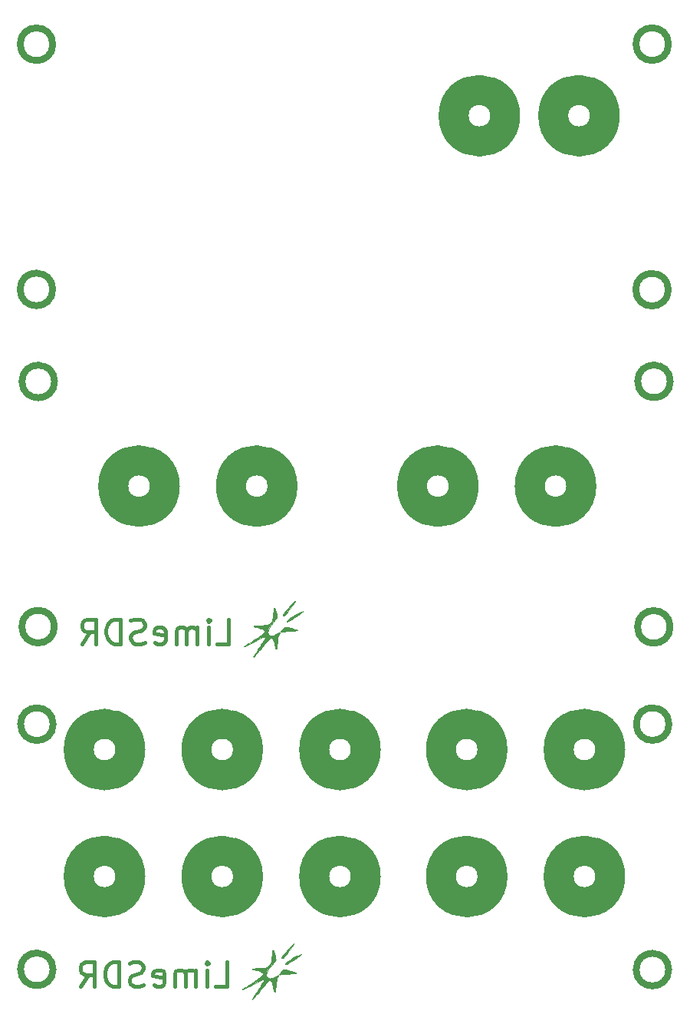
<source format=gbs>
%MOIN*%
%OFA0B0*%
%FSLAX46Y46*%
%IPPOS*%
%LPD*%
%ADD10C,0.005905511811023622*%
%ADD11C,0.031496062992125991*%
%ADD12C,0.11811023622047245*%
%ADD13C,0.027559055118110236*%
%ADD14C,0.053149606299212608*%
%ADD25C,0.005905511811023622*%
%ADD26C,0.031496062992125991*%
%ADD27C,0.015748031496062995*%
%ADD28C,0.11811023622047245*%
%ADD29C,0.027559055118110236*%
%ADD30C,0.053149606299212608*%
%ADD31C,0.00039370078740157485*%
%ADD42C,0.005905511811023622*%
%ADD43C,0.031496062992125991*%
%ADD44C,0.015748031496062995*%
%ADD45C,0.11811023622047245*%
%ADD46C,0.027559055118110236*%
%ADD47C,0.053149606299212608*%
%ADD48C,0.00039370078740157485*%
%LPD*%
G01*
D10*
D11*
X0002902964Y0004172308D02*
G75*
G03X0002902964Y0004172308I-0000070866D01*
G01*
X0002902177Y0003106166D02*
G75*
G03X0002902177Y0003106166I-0000070866D01*
G01*
X0000225405Y0003107347D02*
G75*
G03X0000225405Y0003107347I-0000070866D01*
G01*
X0000225799Y0004171914D02*
G75*
G03X0000225799Y0004171914I-0000070866D01*
G01*
D12*
X0002185433Y0003861417D02*
G75*
G03X0002185433Y0003861417I-0000104724D01*
G01*
D13*
X0002196062Y0003933858D02*
X0002196062Y0003788582D01*
D14*
X0002231496Y0003861417D02*
G75*
G03X0002231496Y0003861417I-0000150787D01*
G01*
X0002664566Y0003861417D02*
G75*
G03X0002664566Y0003861417I-0000150787D01*
G01*
D13*
X0002629133Y0003933858D02*
X0002629133Y0003788582D01*
D12*
X0002618503Y0003861417D02*
G75*
G03X0002618503Y0003861417I-0000104724D01*
G01*
G04 next file*
%LPD*%
G01*
D25*
D26*
X0002904724Y0001219685D02*
G75*
G03X0002904724Y0001219685I-0000070866D01*
G01*
X0002903936Y0000153543D02*
G75*
G03X0002903936Y0000153543I-0000070866D01*
G01*
X0000227165Y0000154724D02*
G75*
G03X0000227165Y0000154724I-0000070866D01*
G01*
X0000227559Y0001219291D02*
G75*
G03X0000227559Y0001219291I-0000070866D01*
G01*
D27*
X0000933070Y0000080651D02*
X0000983689Y0000080651D01*
X0000983689Y0000186951D01*
X0000897637Y0000080651D02*
X0000897637Y0000151518D01*
X0000897637Y0000186951D02*
X0000902699Y0000181889D01*
X0000897637Y0000176827D01*
X0000892575Y0000181889D01*
X0000897637Y0000186951D01*
X0000897637Y0000176827D01*
X0000847019Y0000080651D02*
X0000847019Y0000151518D01*
X0000847019Y0000141394D02*
X0000841957Y0000146456D01*
X0000831833Y0000151518D01*
X0000816647Y0000151518D01*
X0000806524Y0000146456D01*
X0000801462Y0000136332D01*
X0000801462Y0000080651D01*
X0000801462Y0000136332D02*
X0000796400Y0000146456D01*
X0000786276Y0000151518D01*
X0000771091Y0000151518D01*
X0000760967Y0000146456D01*
X0000755905Y0000136332D01*
X0000755905Y0000080651D01*
X0000664791Y0000085714D02*
X0000674915Y0000080651D01*
X0000695163Y0000080651D01*
X0000705286Y0000085714D01*
X0000710348Y0000095838D01*
X0000710348Y0000136332D01*
X0000705286Y0000146456D01*
X0000695163Y0000151518D01*
X0000674915Y0000151518D01*
X0000664791Y0000146456D01*
X0000659730Y0000136332D01*
X0000659730Y0000126208D01*
X0000710348Y0000116084D01*
X0000619235Y0000085714D02*
X0000604049Y0000080651D01*
X0000578740Y0000080651D01*
X0000568616Y0000085714D01*
X0000563554Y0000090776D01*
X0000558492Y0000100899D01*
X0000558492Y0000111023D01*
X0000563554Y0000121147D01*
X0000568616Y0000126208D01*
X0000578740Y0000131271D01*
X0000598987Y0000136332D01*
X0000609111Y0000141394D01*
X0000614173Y0000146456D01*
X0000619235Y0000156580D01*
X0000619235Y0000166704D01*
X0000614173Y0000176827D01*
X0000609111Y0000181889D01*
X0000598987Y0000186951D01*
X0000573678Y0000186951D01*
X0000558492Y0000181889D01*
X0000512935Y0000080651D02*
X0000512935Y0000186951D01*
X0000487626Y0000186951D01*
X0000472440Y0000181889D01*
X0000462317Y0000171766D01*
X0000457255Y0000161642D01*
X0000452193Y0000141394D01*
X0000452193Y0000126208D01*
X0000457255Y0000105961D01*
X0000462317Y0000095838D01*
X0000472440Y0000085714D01*
X0000487626Y0000080651D01*
X0000512935Y0000080651D01*
X0000345894Y0000080651D02*
X0000381327Y0000131271D01*
X0000406636Y0000080651D02*
X0000406636Y0000186951D01*
X0000366141Y0000186951D01*
X0000356017Y0000181889D01*
X0000350956Y0000176827D01*
X0000345894Y0000166704D01*
X0000345894Y0000151518D01*
X0000350956Y0000141394D01*
X0000356017Y0000136332D01*
X0000366141Y0000131271D01*
X0000406636Y0000131271D01*
D28*
X0002642124Y0000557874D02*
G75*
G03X0002642124Y0000557874I-0000104724D01*
G01*
D29*
X0002652755Y0000630314D02*
X0002652755Y0000485039D01*
D30*
X0002688188Y0000557874D02*
G75*
G03X0002688188Y0000557874I-0000150787D01*
G01*
D28*
X0002130314Y0000557874D02*
G75*
G03X0002130314Y0000557874I-0000104724D01*
G01*
D29*
X0002140944Y0000630314D02*
X0002140944Y0000485039D01*
D30*
X0002176377Y0000557874D02*
G75*
G03X0002176377Y0000557874I-0000150787D01*
G01*
D28*
X0002642124Y0001109055D02*
G75*
G03X0002642124Y0001109055I-0000104724D01*
G01*
D29*
X0002652755Y0001181496D02*
X0002652755Y0001036219D01*
D30*
X0002688188Y0001109055D02*
G75*
G03X0002688188Y0001109055I-0000150787D01*
G01*
D28*
X0002130314Y0001109055D02*
G75*
G03X0002130314Y0001109055I-0000104724D01*
G01*
D29*
X0002140944Y0001181496D02*
X0002140944Y0001036219D01*
D30*
X0002176377Y0001109055D02*
G75*
G03X0002176377Y0001109055I-0000150787D01*
G01*
D28*
X0001579133Y0000557874D02*
G75*
G03X0001579133Y0000557874I-0000104724D01*
G01*
D29*
X0001589763Y0000630314D02*
X0001589763Y0000485039D01*
D30*
X0001625196Y0000557874D02*
G75*
G03X0001625196Y0000557874I-0000150787D01*
G01*
D28*
X0001067322Y0000557874D02*
G75*
G03X0001067322Y0000557874I-0000104724D01*
G01*
D29*
X0001077952Y0000630314D02*
X0001077952Y0000485039D01*
D30*
X0001113385Y0000557874D02*
G75*
G03X0001113385Y0000557874I-0000150787D01*
G01*
D28*
X0000555511Y0000557874D02*
G75*
G03X0000555511Y0000557874I-0000104724D01*
G01*
D29*
X0000566141Y0000630314D02*
X0000566141Y0000485039D01*
D30*
X0000601574Y0000557874D02*
G75*
G03X0000601574Y0000557874I-0000150787D01*
G01*
D28*
X0001579133Y0001109055D02*
G75*
G03X0001579133Y0001109055I-0000104724D01*
G01*
D29*
X0001589763Y0001181496D02*
X0001589763Y0001036219D01*
D30*
X0001625196Y0001109055D02*
G75*
G03X0001625196Y0001109055I-0000150787D01*
G01*
D28*
X0001067322Y0001109055D02*
G75*
G03X0001067322Y0001109055I-0000104724D01*
G01*
D29*
X0001077952Y0001181496D02*
X0001077952Y0001036219D01*
D30*
X0001113385Y0001109055D02*
G75*
G03X0001113385Y0001109055I-0000150787D01*
G01*
D28*
X0000555511Y0001109055D02*
G75*
G03X0000555511Y0001109055I-0000104724D01*
G01*
D29*
X0000566141Y0001181496D02*
X0000566141Y0001036219D01*
D30*
X0000601574Y0001109055D02*
G75*
G03X0000601574Y0001109055I-0000150787D01*
G01*
D31*
G36*
X0001226218Y0000202684D02*
X0001227658Y0000203136D01*
X0001229257Y0000204209D01*
X0001231242Y0000206166D01*
X0001233842Y0000209269D01*
X0001237283Y0000213781D01*
X0001241793Y0000219963D01*
X0001247598Y0000228081D01*
X0001251314Y0000233307D01*
X0001257145Y0000241551D01*
X0001262393Y0000249039D01*
X0001266841Y0000255456D01*
X0001270269Y0000260483D01*
X0001272459Y0000263805D01*
X0001273198Y0000265092D01*
X0001272560Y0000266181D01*
X0001270359Y0000264985D01*
X0001266566Y0000261483D01*
X0001263826Y0000258604D01*
X0001256967Y0000251160D01*
X0001251485Y0000245109D01*
X0001246791Y0000239771D01*
X0001242297Y0000234467D01*
X0001237416Y0000228517D01*
X0001232095Y0000221910D01*
X0001227492Y0000216033D01*
X0001223661Y0000210886D01*
X0001220906Y0000206896D01*
X0001219531Y0000204494D01*
X0001219441Y0000204053D01*
X0001221050Y0000203062D01*
X0001224322Y0000202597D01*
X0001224711Y0000202592D01*
X0001226218Y0000202684D01*
X0001226218Y0000202684D01*
G37*
X0001226218Y0000202684D02*
X0001227658Y0000203136D01*
X0001229257Y0000204209D01*
X0001231242Y0000206166D01*
X0001233842Y0000209269D01*
X0001237283Y0000213781D01*
X0001241793Y0000219963D01*
X0001247598Y0000228081D01*
X0001251314Y0000233307D01*
X0001257145Y0000241551D01*
X0001262393Y0000249039D01*
X0001266841Y0000255456D01*
X0001270269Y0000260483D01*
X0001272459Y0000263805D01*
X0001273198Y0000265092D01*
X0001272560Y0000266181D01*
X0001270359Y0000264985D01*
X0001266566Y0000261483D01*
X0001263826Y0000258604D01*
X0001256967Y0000251160D01*
X0001251485Y0000245109D01*
X0001246791Y0000239771D01*
X0001242297Y0000234467D01*
X0001237416Y0000228517D01*
X0001232095Y0000221910D01*
X0001227492Y0000216033D01*
X0001223661Y0000210886D01*
X0001220906Y0000206896D01*
X0001219531Y0000204494D01*
X0001219441Y0000204053D01*
X0001221050Y0000203062D01*
X0001224322Y0000202597D01*
X0001224711Y0000202592D01*
X0001226218Y0000202684D01*
G36*
X0001093904Y0000024027D02*
X0001096747Y0000026656D01*
X0001101021Y0000031396D01*
X0001103391Y0000034178D01*
X0001107449Y0000038984D01*
X0001110913Y0000043063D01*
X0001113305Y0000045854D01*
X0001114029Y0000046678D01*
X0001115373Y0000048258D01*
X0001118215Y0000051669D01*
X0001122244Y0000056533D01*
X0001127145Y0000062471D01*
X0001132536Y0000069021D01*
X0001138665Y0000076386D01*
X0001144904Y0000083725D01*
X0001150748Y0000090451D01*
X0001155690Y0000095984D01*
X0001158524Y0000099021D01*
X0001162793Y0000103394D01*
X0001165633Y0000106008D01*
X0001167589Y0000107167D01*
X0001169210Y0000107174D01*
X0001171042Y0000106332D01*
X0001171373Y0000106149D01*
X0001175209Y0000103098D01*
X0001178255Y0000098434D01*
X0001180728Y0000091722D01*
X0001182561Y0000084000D01*
X0001184416Y0000074797D01*
X0001185828Y0000068025D01*
X0001186905Y0000063311D01*
X0001187758Y0000060284D01*
X0001188497Y0000058571D01*
X0001189230Y0000057800D01*
X0001190069Y0000057597D01*
X0001190346Y0000057592D01*
X0001191458Y0000058069D01*
X0001192345Y0000059797D01*
X0001193125Y0000063227D01*
X0001193915Y0000068808D01*
X0001194404Y0000073015D01*
X0001195125Y0000080018D01*
X0001195699Y0000086573D01*
X0001196053Y0000091784D01*
X0001196130Y0000094087D01*
X0001196830Y0000100332D01*
X0001198684Y0000107879D01*
X0001201349Y0000115592D01*
X0001204485Y0000122338D01*
X0001204795Y0000122887D01*
X0001206737Y0000126981D01*
X0001207136Y0000129541D01*
X0001206060Y0000130237D01*
X0001203627Y0000128785D01*
X0001202113Y0000127678D01*
X0001199750Y0000126296D01*
X0001196131Y0000124434D01*
X0001190849Y0000121880D01*
X0001183496Y0000118431D01*
X0001180684Y0000117124D01*
X0001177392Y0000116241D01*
X0001172576Y0000115655D01*
X0001169491Y0000115524D01*
X0001164641Y0000115672D01*
X0001161563Y0000116475D01*
X0001159186Y0000118299D01*
X0001158204Y0000119384D01*
X0001155566Y0000123530D01*
X0001153933Y0000128031D01*
X0001153923Y0000128086D01*
X0001154182Y0000133516D01*
X0001156644Y0000140670D01*
X0001161278Y0000149497D01*
X0001168051Y0000159942D01*
X0001176931Y0000171951D01*
X0001187828Y0000185399D01*
X0001192213Y0000190983D01*
X0001194764Y0000195080D01*
X0001195349Y0000197473D01*
X0001195326Y0000197542D01*
X0001194581Y0000200182D01*
X0001193659Y0000204425D01*
X0001193199Y0000206878D01*
X0001192480Y0000210633D01*
X0001191593Y0000214511D01*
X0001190363Y0000219182D01*
X0001188614Y0000225321D01*
X0001186496Y0000232499D01*
X0001184859Y0000236013D01*
X0001182926Y0000237349D01*
X0001181142Y0000236201D01*
X0001181129Y0000236179D01*
X0001180692Y0000234253D01*
X0001180156Y0000230033D01*
X0001179579Y0000224079D01*
X0001179019Y0000216952D01*
X0001178840Y0000214319D01*
X0001177867Y0000202569D01*
X0001176576Y0000193226D01*
X0001174849Y0000185842D01*
X0001172567Y0000179971D01*
X0001169610Y0000175169D01*
X0001167800Y0000172984D01*
X0001164579Y0000169618D01*
X0001161429Y0000166951D01*
X0001157955Y0000164880D01*
X0001153763Y0000163302D01*
X0001148457Y0000162112D01*
X0001141642Y0000161209D01*
X0001132925Y0000160488D01*
X0001121910Y0000159846D01*
X0001116570Y0000159579D01*
X0001109155Y0000159152D01*
X0001102708Y0000158658D01*
X0001097793Y0000158149D01*
X0001094978Y0000157678D01*
X0001094602Y0000157537D01*
X0001093520Y0000155887D01*
X0001094675Y0000154292D01*
X0001097498Y0000153364D01*
X0001098537Y0000153307D01*
X0001103713Y0000152780D01*
X0001110310Y0000151367D01*
X0001117581Y0000149312D01*
X0001124779Y0000146864D01*
X0001131156Y0000144269D01*
X0001135963Y0000141775D01*
X0001137916Y0000140301D01*
X0001140437Y0000137535D01*
X0001141132Y0000135512D01*
X0001140292Y0000133056D01*
X0001139892Y0000132268D01*
X0001136845Y0000128149D01*
X0001131388Y0000122959D01*
X0001123467Y0000116649D01*
X0001113028Y0000109176D01*
X0001110402Y0000107381D01*
X0001103599Y0000102838D01*
X0001095680Y0000097668D01*
X0001087247Y0000092252D01*
X0001078904Y0000086976D01*
X0001071253Y0000082218D01*
X0001064897Y0000078361D01*
X0001061179Y0000076197D01*
X0001055797Y0000073088D01*
X0001052511Y0000070921D01*
X0001050865Y0000069349D01*
X0001050405Y0000068026D01*
X0001050404Y0000067991D01*
X0001051563Y0000068054D01*
X0001055057Y0000069402D01*
X0001060911Y0000072048D01*
X0001069149Y0000076003D01*
X0001079796Y0000081280D01*
X0001092878Y0000087892D01*
X0001108419Y0000095850D01*
X0001125146Y0000104493D01*
X0001131428Y0000107613D01*
X0001135731Y0000109383D01*
X0001138503Y0000109952D01*
X0001140061Y0000109564D01*
X0001142251Y0000107661D01*
X0001142840Y0000106714D01*
X0001142656Y0000105745D01*
X0001141713Y0000103719D01*
X0001139916Y0000100484D01*
X0001137170Y0000095890D01*
X0001133380Y0000089785D01*
X0001128450Y0000082016D01*
X0001122286Y0000072431D01*
X0001114793Y0000060879D01*
X0001105875Y0000047211D01*
X0001098749Y0000036323D01*
X0001095652Y0000031465D01*
X0001093271Y0000027482D01*
X0001091970Y0000024991D01*
X0001091833Y0000024537D01*
X0001092322Y0000023368D01*
X0001093904Y0000024027D01*
X0001093904Y0000024027D01*
G37*
X0001093904Y0000024027D02*
X0001096747Y0000026656D01*
X0001101021Y0000031396D01*
X0001103391Y0000034178D01*
X0001107449Y0000038984D01*
X0001110913Y0000043063D01*
X0001113305Y0000045854D01*
X0001114029Y0000046678D01*
X0001115373Y0000048258D01*
X0001118215Y0000051669D01*
X0001122244Y0000056533D01*
X0001127145Y0000062471D01*
X0001132536Y0000069021D01*
X0001138665Y0000076386D01*
X0001144904Y0000083725D01*
X0001150748Y0000090451D01*
X0001155690Y0000095984D01*
X0001158524Y0000099021D01*
X0001162793Y0000103394D01*
X0001165633Y0000106008D01*
X0001167589Y0000107167D01*
X0001169210Y0000107174D01*
X0001171042Y0000106332D01*
X0001171373Y0000106149D01*
X0001175209Y0000103098D01*
X0001178255Y0000098434D01*
X0001180728Y0000091722D01*
X0001182561Y0000084000D01*
X0001184416Y0000074797D01*
X0001185828Y0000068025D01*
X0001186905Y0000063311D01*
X0001187758Y0000060284D01*
X0001188497Y0000058571D01*
X0001189230Y0000057800D01*
X0001190069Y0000057597D01*
X0001190346Y0000057592D01*
X0001191458Y0000058069D01*
X0001192345Y0000059797D01*
X0001193125Y0000063227D01*
X0001193915Y0000068808D01*
X0001194404Y0000073015D01*
X0001195125Y0000080018D01*
X0001195699Y0000086573D01*
X0001196053Y0000091784D01*
X0001196130Y0000094087D01*
X0001196830Y0000100332D01*
X0001198684Y0000107879D01*
X0001201349Y0000115592D01*
X0001204485Y0000122338D01*
X0001204795Y0000122887D01*
X0001206737Y0000126981D01*
X0001207136Y0000129541D01*
X0001206060Y0000130237D01*
X0001203627Y0000128785D01*
X0001202113Y0000127678D01*
X0001199750Y0000126296D01*
X0001196131Y0000124434D01*
X0001190849Y0000121880D01*
X0001183496Y0000118431D01*
X0001180684Y0000117124D01*
X0001177392Y0000116241D01*
X0001172576Y0000115655D01*
X0001169491Y0000115524D01*
X0001164641Y0000115672D01*
X0001161563Y0000116475D01*
X0001159186Y0000118299D01*
X0001158204Y0000119384D01*
X0001155566Y0000123530D01*
X0001153933Y0000128031D01*
X0001153923Y0000128086D01*
X0001154182Y0000133516D01*
X0001156644Y0000140670D01*
X0001161278Y0000149497D01*
X0001168051Y0000159942D01*
X0001176931Y0000171951D01*
X0001187828Y0000185399D01*
X0001192213Y0000190983D01*
X0001194764Y0000195080D01*
X0001195349Y0000197473D01*
X0001195326Y0000197542D01*
X0001194581Y0000200182D01*
X0001193659Y0000204425D01*
X0001193199Y0000206878D01*
X0001192480Y0000210633D01*
X0001191593Y0000214511D01*
X0001190363Y0000219182D01*
X0001188614Y0000225321D01*
X0001186496Y0000232499D01*
X0001184859Y0000236013D01*
X0001182926Y0000237349D01*
X0001181142Y0000236201D01*
X0001181129Y0000236179D01*
X0001180692Y0000234253D01*
X0001180156Y0000230033D01*
X0001179579Y0000224079D01*
X0001179019Y0000216952D01*
X0001178840Y0000214319D01*
X0001177867Y0000202569D01*
X0001176576Y0000193226D01*
X0001174849Y0000185842D01*
X0001172567Y0000179971D01*
X0001169610Y0000175169D01*
X0001167800Y0000172984D01*
X0001164579Y0000169618D01*
X0001161429Y0000166951D01*
X0001157955Y0000164880D01*
X0001153763Y0000163302D01*
X0001148457Y0000162112D01*
X0001141642Y0000161209D01*
X0001132925Y0000160488D01*
X0001121910Y0000159846D01*
X0001116570Y0000159579D01*
X0001109155Y0000159152D01*
X0001102708Y0000158658D01*
X0001097793Y0000158149D01*
X0001094978Y0000157678D01*
X0001094602Y0000157537D01*
X0001093520Y0000155887D01*
X0001094675Y0000154292D01*
X0001097498Y0000153364D01*
X0001098537Y0000153307D01*
X0001103713Y0000152780D01*
X0001110310Y0000151367D01*
X0001117581Y0000149312D01*
X0001124779Y0000146864D01*
X0001131156Y0000144269D01*
X0001135963Y0000141775D01*
X0001137916Y0000140301D01*
X0001140437Y0000137535D01*
X0001141132Y0000135512D01*
X0001140292Y0000133056D01*
X0001139892Y0000132268D01*
X0001136845Y0000128149D01*
X0001131388Y0000122959D01*
X0001123467Y0000116649D01*
X0001113028Y0000109176D01*
X0001110402Y0000107381D01*
X0001103599Y0000102838D01*
X0001095680Y0000097668D01*
X0001087247Y0000092252D01*
X0001078904Y0000086976D01*
X0001071253Y0000082218D01*
X0001064897Y0000078361D01*
X0001061179Y0000076197D01*
X0001055797Y0000073088D01*
X0001052511Y0000070921D01*
X0001050865Y0000069349D01*
X0001050405Y0000068026D01*
X0001050404Y0000067991D01*
X0001051563Y0000068054D01*
X0001055057Y0000069402D01*
X0001060911Y0000072048D01*
X0001069149Y0000076003D01*
X0001079796Y0000081280D01*
X0001092878Y0000087892D01*
X0001108419Y0000095850D01*
X0001125146Y0000104493D01*
X0001131428Y0000107613D01*
X0001135731Y0000109383D01*
X0001138503Y0000109952D01*
X0001140061Y0000109564D01*
X0001142251Y0000107661D01*
X0001142840Y0000106714D01*
X0001142656Y0000105745D01*
X0001141713Y0000103719D01*
X0001139916Y0000100484D01*
X0001137170Y0000095890D01*
X0001133380Y0000089785D01*
X0001128450Y0000082016D01*
X0001122286Y0000072431D01*
X0001114793Y0000060879D01*
X0001105875Y0000047211D01*
X0001098749Y0000036323D01*
X0001095652Y0000031465D01*
X0001093271Y0000027482D01*
X0001091970Y0000024991D01*
X0001091833Y0000024537D01*
X0001092322Y0000023368D01*
X0001093904Y0000024027D01*
G36*
X0001238219Y0000176514D02*
X0001242469Y0000178251D01*
X0001248951Y0000181549D01*
X0001250052Y0000182142D01*
X0001256689Y0000185879D01*
X0001264128Y0000190317D01*
X0001271994Y0000195207D01*
X0001279909Y0000200294D01*
X0001287498Y0000205327D01*
X0001294385Y0000210055D01*
X0001300193Y0000214223D01*
X0001304546Y0000217583D01*
X0001307068Y0000219880D01*
X0001307547Y0000220672D01*
X0001307154Y0000221522D01*
X0001305760Y0000221560D01*
X0001303044Y0000220665D01*
X0001298687Y0000218714D01*
X0001292367Y0000215584D01*
X0001286833Y0000212743D01*
X0001274172Y0000206090D01*
X0001263843Y0000200411D01*
X0001255567Y0000195523D01*
X0001249062Y0000191243D01*
X0001244050Y0000187387D01*
X0001240251Y0000183773D01*
X0001237589Y0000180507D01*
X0001235908Y0000177659D01*
X0001236075Y0000176322D01*
X0001238219Y0000176514D01*
X0001238219Y0000176514D01*
G37*
X0001238219Y0000176514D02*
X0001242469Y0000178251D01*
X0001248951Y0000181549D01*
X0001250052Y0000182142D01*
X0001256689Y0000185879D01*
X0001264128Y0000190317D01*
X0001271994Y0000195207D01*
X0001279909Y0000200294D01*
X0001287498Y0000205327D01*
X0001294385Y0000210055D01*
X0001300193Y0000214223D01*
X0001304546Y0000217583D01*
X0001307068Y0000219880D01*
X0001307547Y0000220672D01*
X0001307154Y0000221522D01*
X0001305760Y0000221560D01*
X0001303044Y0000220665D01*
X0001298687Y0000218714D01*
X0001292367Y0000215584D01*
X0001286833Y0000212743D01*
X0001274172Y0000206090D01*
X0001263843Y0000200411D01*
X0001255567Y0000195523D01*
X0001249062Y0000191243D01*
X0001244050Y0000187387D01*
X0001240251Y0000183773D01*
X0001237589Y0000180507D01*
X0001235908Y0000177659D01*
X0001236075Y0000176322D01*
X0001238219Y0000176514D01*
G36*
X0001214178Y0000132425D02*
X0001217029Y0000132846D01*
X0001222107Y0000133366D01*
X0001228786Y0000133931D01*
X0001236440Y0000134485D01*
X0001239690Y0000134694D01*
X0001252687Y0000135535D01*
X0001263041Y0000136288D01*
X0001270964Y0000136975D01*
X0001276674Y0000137618D01*
X0001280378Y0000138240D01*
X0001282292Y0000138861D01*
X0001282626Y0000139149D01*
X0001281979Y0000140275D01*
X0001279391Y0000141260D01*
X0001275066Y0000142344D01*
X0001269440Y0000143907D01*
X0001263275Y0000145720D01*
X0001257333Y0000147552D01*
X0001252372Y0000149171D01*
X0001249154Y0000150347D01*
X0001248600Y0000150600D01*
X0001245857Y0000151462D01*
X0001241372Y0000152316D01*
X0001237457Y0000152827D01*
X0001228832Y0000153729D01*
X0001221195Y0000145844D01*
X0001217240Y0000141575D01*
X0001213934Y0000137670D01*
X0001211933Y0000134912D01*
X0001211826Y0000134723D01*
X0001210830Y0000132498D01*
X0001211637Y0000131945D01*
X0001214178Y0000132425D01*
X0001214178Y0000132425D01*
G37*
X0001214178Y0000132425D02*
X0001217029Y0000132846D01*
X0001222107Y0000133366D01*
X0001228786Y0000133931D01*
X0001236440Y0000134485D01*
X0001239690Y0000134694D01*
X0001252687Y0000135535D01*
X0001263041Y0000136288D01*
X0001270964Y0000136975D01*
X0001276674Y0000137618D01*
X0001280378Y0000138240D01*
X0001282292Y0000138861D01*
X0001282626Y0000139149D01*
X0001281979Y0000140275D01*
X0001279391Y0000141260D01*
X0001275066Y0000142344D01*
X0001269440Y0000143907D01*
X0001263275Y0000145720D01*
X0001257333Y0000147552D01*
X0001252372Y0000149171D01*
X0001249154Y0000150347D01*
X0001248600Y0000150600D01*
X0001245857Y0000151462D01*
X0001241372Y0000152316D01*
X0001237457Y0000152827D01*
X0001228832Y0000153729D01*
X0001221195Y0000145844D01*
X0001217240Y0000141575D01*
X0001213934Y0000137670D01*
X0001211933Y0000134912D01*
X0001211826Y0000134723D01*
X0001210830Y0000132498D01*
X0001211637Y0000131945D01*
X0001214178Y0000132425D01*
G04 next file*
G04 #@! TF.GenerationSoftware,KiCad,Pcbnew,(2017-06-07 revision 51bed4bae)-makepkg*
G04 #@! TF.CreationDate,2017-06-11T00:06:54+02:00*
G04 #@! TF.ProjectId,Front_Panel_76x35_4conn,46726F6E745F50616E656C5F37367833,rev?*
G04 #@! TF.FileFunction,Soldermask,Bot*
G04 #@! TF.FilePolarity,Negative*
G04 Gerber Fmt 4.6, Leading zero omitted, Abs format (unit mm)*
G04 Created by KiCad (PCBNEW (2017-06-07 revision 51bed4bae)-makepkg) date 06/11/17 00:06:54*
G01*
G04 APERTURE LIST*
G04 APERTURE END LIST*
D42*
D43*
X0002910629Y0002707874D02*
G75*
G03X0002910629Y0002707874I-0000070866D01*
G01*
X0002909841Y0001641732D02*
G75*
G03X0002909841Y0001641732I-0000070866D01*
G01*
X0000233070Y0001642912D02*
G75*
G03X0000233070Y0001642912I-0000070866D01*
G01*
X0000233464Y0002707480D02*
G75*
G03X0000233464Y0002707480I-0000070866D01*
G01*
D44*
X0000938976Y0001568841D02*
X0000989595Y0001568841D01*
X0000989595Y0001675140D01*
X0000903543Y0001568841D02*
X0000903543Y0001639707D01*
X0000903543Y0001675140D02*
X0000908605Y0001670078D01*
X0000903543Y0001665016D01*
X0000898481Y0001670078D01*
X0000903543Y0001675140D01*
X0000903543Y0001665016D01*
X0000852924Y0001568841D02*
X0000852924Y0001639707D01*
X0000852924Y0001629583D02*
X0000847862Y0001634645D01*
X0000837739Y0001639707D01*
X0000822553Y0001639707D01*
X0000812429Y0001634645D01*
X0000807367Y0001624521D01*
X0000807367Y0001568841D01*
X0000807367Y0001624521D02*
X0000802305Y0001634645D01*
X0000792182Y0001639707D01*
X0000776996Y0001639707D01*
X0000766872Y0001634645D01*
X0000761811Y0001624521D01*
X0000761811Y0001568841D01*
X0000670697Y0001573903D02*
X0000680821Y0001568841D01*
X0000701068Y0001568841D01*
X0000711192Y0001573903D01*
X0000716254Y0001584027D01*
X0000716254Y0001624521D01*
X0000711192Y0001634645D01*
X0000701068Y0001639707D01*
X0000680821Y0001639707D01*
X0000670697Y0001634645D01*
X0000665635Y0001624521D01*
X0000665635Y0001614398D01*
X0000716254Y0001604274D01*
X0000625140Y0001573903D02*
X0000609955Y0001568841D01*
X0000584645Y0001568841D01*
X0000574521Y0001573903D01*
X0000569460Y0001578965D01*
X0000564398Y0001589088D01*
X0000564398Y0001599212D01*
X0000569460Y0001609336D01*
X0000574521Y0001614398D01*
X0000584645Y0001619460D01*
X0000604893Y0001624521D01*
X0000615016Y0001629583D01*
X0000620078Y0001634645D01*
X0000625140Y0001644769D01*
X0000625140Y0001654893D01*
X0000620078Y0001665016D01*
X0000615016Y0001670078D01*
X0000604893Y0001675140D01*
X0000579583Y0001675140D01*
X0000564398Y0001670078D01*
X0000518841Y0001568841D02*
X0000518841Y0001675140D01*
X0000493532Y0001675140D01*
X0000478346Y0001670078D01*
X0000468222Y0001659955D01*
X0000463159Y0001649831D01*
X0000458098Y0001629583D01*
X0000458098Y0001614398D01*
X0000463159Y0001594150D01*
X0000468222Y0001584027D01*
X0000478346Y0001573903D01*
X0000493532Y0001568841D01*
X0000518841Y0001568841D01*
X0000351798Y0001568841D02*
X0000387232Y0001619460D01*
X0000412542Y0001568841D02*
X0000412542Y0001675140D01*
X0000372047Y0001675140D01*
X0000361923Y0001670078D01*
X0000356861Y0001665016D01*
X0000351798Y0001654893D01*
X0000351798Y0001639707D01*
X0000356861Y0001629583D01*
X0000361923Y0001624521D01*
X0000372047Y0001619460D01*
X0000412542Y0001619460D01*
D45*
X0001217322Y0002253149D02*
G75*
G03X0001217322Y0002253149I-0000104724D01*
G01*
D46*
X0001227952Y0002325590D02*
X0001227952Y0002180314D01*
D47*
X0001263385Y0002253149D02*
G75*
G03X0001263385Y0002253149I-0000150787D01*
G01*
D45*
X0000705511Y0002253149D02*
G75*
G03X0000705511Y0002253149I-0000104724D01*
G01*
D46*
X0000716141Y0002325590D02*
X0000716141Y0002180314D01*
D47*
X0000751574Y0002253149D02*
G75*
G03X0000751574Y0002253149I-0000150787D01*
G01*
D45*
X0002516535Y0002253149D02*
G75*
G03X0002516535Y0002253149I-0000104724D01*
G01*
D46*
X0002527164Y0002325590D02*
X0002527164Y0002180314D01*
D47*
X0002562598Y0002253149D02*
G75*
G03X0002562598Y0002253149I-0000150787D01*
G01*
D45*
X0002004724Y0002253149D02*
G75*
G03X0002004724Y0002253149I-0000104724D01*
G01*
D46*
X0002015353Y0002325590D02*
X0002015353Y0002180314D01*
D47*
X0002050787Y0002253149D02*
G75*
G03X0002050787Y0002253149I-0000150787D01*
G01*
D48*
G36*
X0001232124Y0001690873D02*
X0001233563Y0001691325D01*
X0001235162Y0001692398D01*
X0001237148Y0001694355D01*
X0001239748Y0001697458D01*
X0001243189Y0001701970D01*
X0001247698Y0001708153D01*
X0001253504Y0001716270D01*
X0001257219Y0001721496D01*
X0001263050Y0001729740D01*
X0001268299Y0001737228D01*
X0001272746Y0001743645D01*
X0001276175Y0001748672D01*
X0001278366Y0001751994D01*
X0001279103Y0001753281D01*
X0001278465Y0001754370D01*
X0001276265Y0001753174D01*
X0001272472Y0001749672D01*
X0001269731Y0001746794D01*
X0001262873Y0001739349D01*
X0001257390Y0001733298D01*
X0001252697Y0001727960D01*
X0001248203Y0001722656D01*
X0001243321Y0001716706D01*
X0001238001Y0001710098D01*
X0001233398Y0001704222D01*
X0001229567Y0001699075D01*
X0001226812Y0001695085D01*
X0001225437Y0001692683D01*
X0001225347Y0001692242D01*
X0001226956Y0001691250D01*
X0001230227Y0001690786D01*
X0001230617Y0001690781D01*
X0001232124Y0001690873D01*
X0001232124Y0001690873D01*
G37*
X0001232124Y0001690873D02*
X0001233563Y0001691325D01*
X0001235162Y0001692398D01*
X0001237148Y0001694355D01*
X0001239748Y0001697458D01*
X0001243189Y0001701970D01*
X0001247698Y0001708153D01*
X0001253504Y0001716270D01*
X0001257219Y0001721496D01*
X0001263050Y0001729740D01*
X0001268299Y0001737228D01*
X0001272746Y0001743645D01*
X0001276175Y0001748672D01*
X0001278366Y0001751994D01*
X0001279103Y0001753281D01*
X0001278465Y0001754370D01*
X0001276265Y0001753174D01*
X0001272472Y0001749672D01*
X0001269731Y0001746794D01*
X0001262873Y0001739349D01*
X0001257390Y0001733298D01*
X0001252697Y0001727960D01*
X0001248203Y0001722656D01*
X0001243321Y0001716706D01*
X0001238001Y0001710098D01*
X0001233398Y0001704222D01*
X0001229567Y0001699075D01*
X0001226812Y0001695085D01*
X0001225437Y0001692683D01*
X0001225347Y0001692242D01*
X0001226956Y0001691250D01*
X0001230227Y0001690786D01*
X0001230617Y0001690781D01*
X0001232124Y0001690873D01*
G36*
X0001099809Y0001512216D02*
X0001102652Y0001514845D01*
X0001106926Y0001519584D01*
X0001109297Y0001522367D01*
X0001113354Y0001527173D01*
X0001116818Y0001531252D01*
X0001119211Y0001534043D01*
X0001119934Y0001534867D01*
X0001121278Y0001536447D01*
X0001124121Y0001539858D01*
X0001128149Y0001544721D01*
X0001133050Y0001550660D01*
X0001138441Y0001557210D01*
X0001144570Y0001564574D01*
X0001150810Y0001571914D01*
X0001156654Y0001578641D01*
X0001161595Y0001584172D01*
X0001164429Y0001587210D01*
X0001168699Y0001591583D01*
X0001171538Y0001594197D01*
X0001173495Y0001595356D01*
X0001175116Y0001595363D01*
X0001176948Y0001594521D01*
X0001177279Y0001594338D01*
X0001181115Y0001591287D01*
X0001184160Y0001586623D01*
X0001186634Y0001579911D01*
X0001188467Y0001572189D01*
X0001190322Y0001562986D01*
X0001191733Y0001556214D01*
X0001192811Y0001551501D01*
X0001193664Y0001548473D01*
X0001194402Y0001546760D01*
X0001195136Y0001545988D01*
X0001195975Y0001545787D01*
X0001196252Y0001545781D01*
X0001197364Y0001546258D01*
X0001198251Y0001547986D01*
X0001199030Y0001551416D01*
X0001199821Y0001556997D01*
X0001200309Y0001561204D01*
X0001201031Y0001568207D01*
X0001201605Y0001574762D01*
X0001201958Y0001579974D01*
X0001202035Y0001582276D01*
X0001202736Y0001588522D01*
X0001204589Y0001596068D01*
X0001207255Y0001603781D01*
X0001210391Y0001610527D01*
X0001210701Y0001611076D01*
X0001212642Y0001615170D01*
X0001213042Y0001617731D01*
X0001211966Y0001618427D01*
X0001209533Y0001616974D01*
X0001208018Y0001615867D01*
X0001205655Y0001614486D01*
X0001202037Y0001612623D01*
X0001196754Y0001610069D01*
X0001189401Y0001606620D01*
X0001186589Y0001605313D01*
X0001183297Y0001604430D01*
X0001178482Y0001603844D01*
X0001175397Y0001603713D01*
X0001170546Y0001603861D01*
X0001167468Y0001604664D01*
X0001165092Y0001606488D01*
X0001164110Y0001607573D01*
X0001161471Y0001611719D01*
X0001159839Y0001616219D01*
X0001159828Y0001616275D01*
X0001160087Y0001621704D01*
X0001162550Y0001628859D01*
X0001167183Y0001637686D01*
X0001173956Y0001648131D01*
X0001182837Y0001660140D01*
X0001193734Y0001673588D01*
X0001198118Y0001679172D01*
X0001200670Y0001683269D01*
X0001201255Y0001685663D01*
X0001201231Y0001685731D01*
X0001200486Y0001688371D01*
X0001199564Y0001692614D01*
X0001199104Y0001695067D01*
X0001198385Y0001698821D01*
X0001197499Y0001702699D01*
X0001196268Y0001707371D01*
X0001194519Y0001713510D01*
X0001192401Y0001720688D01*
X0001190765Y0001724202D01*
X0001188831Y0001725538D01*
X0001187047Y0001724390D01*
X0001187034Y0001724369D01*
X0001186598Y0001722442D01*
X0001186062Y0001718222D01*
X0001185484Y0001712268D01*
X0001184924Y0001705141D01*
X0001184745Y0001702508D01*
X0001183772Y0001690759D01*
X0001182482Y0001681415D01*
X0001180755Y0001674031D01*
X0001178472Y0001668159D01*
X0001175515Y0001663358D01*
X0001173705Y0001661173D01*
X0001170485Y0001657806D01*
X0001167335Y0001655140D01*
X0001163861Y0001653069D01*
X0001159668Y0001651491D01*
X0001154362Y0001650301D01*
X0001147548Y0001649398D01*
X0001138830Y0001648677D01*
X0001127815Y0001648035D01*
X0001122476Y0001647768D01*
X0001115061Y0001647341D01*
X0001108613Y0001646847D01*
X0001103699Y0001646338D01*
X0001100883Y0001645867D01*
X0001100507Y0001645726D01*
X0001099426Y0001644076D01*
X0001100581Y0001642481D01*
X0001103404Y0001641553D01*
X0001104443Y0001641496D01*
X0001109618Y0001640969D01*
X0001116215Y0001639556D01*
X0001123487Y0001637501D01*
X0001130685Y0001635052D01*
X0001137061Y0001632458D01*
X0001141869Y0001629964D01*
X0001143821Y0001628490D01*
X0001146342Y0001625724D01*
X0001147037Y0001623701D01*
X0001146197Y0001621245D01*
X0001145797Y0001620457D01*
X0001142750Y0001616339D01*
X0001137293Y0001611148D01*
X0001129372Y0001604838D01*
X0001118933Y0001597365D01*
X0001116308Y0001595570D01*
X0001109505Y0001591027D01*
X0001101585Y0001585857D01*
X0001093153Y0001580442D01*
X0001084809Y0001575165D01*
X0001077158Y0001570407D01*
X0001070803Y0001566550D01*
X0001067084Y0001564386D01*
X0001061703Y0001561277D01*
X0001058417Y0001559110D01*
X0001056771Y0001557538D01*
X0001056310Y0001556215D01*
X0001056310Y0001556180D01*
X0001057469Y0001556243D01*
X0001060963Y0001557591D01*
X0001066816Y0001560237D01*
X0001075054Y0001564192D01*
X0001085701Y0001569470D01*
X0001098783Y0001576081D01*
X0001114324Y0001584039D01*
X0001131051Y0001592682D01*
X0001137334Y0001595803D01*
X0001141636Y0001597571D01*
X0001144409Y0001598141D01*
X0001145966Y0001597753D01*
X0001148157Y0001595849D01*
X0001148745Y0001594904D01*
X0001148562Y0001593934D01*
X0001147619Y0001591908D01*
X0001145822Y0001588673D01*
X0001143076Y0001584079D01*
X0001139286Y0001577973D01*
X0001134356Y0001570205D01*
X0001128192Y0001560620D01*
X0001120698Y0001549069D01*
X0001111780Y0001535400D01*
X0001104654Y0001524512D01*
X0001101557Y0001519654D01*
X0001099177Y0001515671D01*
X0001097876Y0001513180D01*
X0001097739Y0001512726D01*
X0001098228Y0001511557D01*
X0001099809Y0001512216D01*
X0001099809Y0001512216D01*
G37*
X0001099809Y0001512216D02*
X0001102652Y0001514845D01*
X0001106926Y0001519584D01*
X0001109297Y0001522367D01*
X0001113354Y0001527173D01*
X0001116818Y0001531252D01*
X0001119211Y0001534043D01*
X0001119934Y0001534867D01*
X0001121278Y0001536447D01*
X0001124121Y0001539858D01*
X0001128149Y0001544721D01*
X0001133050Y0001550660D01*
X0001138441Y0001557210D01*
X0001144570Y0001564574D01*
X0001150810Y0001571914D01*
X0001156654Y0001578641D01*
X0001161595Y0001584172D01*
X0001164429Y0001587210D01*
X0001168699Y0001591583D01*
X0001171538Y0001594197D01*
X0001173495Y0001595356D01*
X0001175116Y0001595363D01*
X0001176948Y0001594521D01*
X0001177279Y0001594338D01*
X0001181115Y0001591287D01*
X0001184160Y0001586623D01*
X0001186634Y0001579911D01*
X0001188467Y0001572189D01*
X0001190322Y0001562986D01*
X0001191733Y0001556214D01*
X0001192811Y0001551501D01*
X0001193664Y0001548473D01*
X0001194402Y0001546760D01*
X0001195136Y0001545988D01*
X0001195975Y0001545787D01*
X0001196252Y0001545781D01*
X0001197364Y0001546258D01*
X0001198251Y0001547986D01*
X0001199030Y0001551416D01*
X0001199821Y0001556997D01*
X0001200309Y0001561204D01*
X0001201031Y0001568207D01*
X0001201605Y0001574762D01*
X0001201958Y0001579974D01*
X0001202035Y0001582276D01*
X0001202736Y0001588522D01*
X0001204589Y0001596068D01*
X0001207255Y0001603781D01*
X0001210391Y0001610527D01*
X0001210701Y0001611076D01*
X0001212642Y0001615170D01*
X0001213042Y0001617731D01*
X0001211966Y0001618427D01*
X0001209533Y0001616974D01*
X0001208018Y0001615867D01*
X0001205655Y0001614486D01*
X0001202037Y0001612623D01*
X0001196754Y0001610069D01*
X0001189401Y0001606620D01*
X0001186589Y0001605313D01*
X0001183297Y0001604430D01*
X0001178482Y0001603844D01*
X0001175397Y0001603713D01*
X0001170546Y0001603861D01*
X0001167468Y0001604664D01*
X0001165092Y0001606488D01*
X0001164110Y0001607573D01*
X0001161471Y0001611719D01*
X0001159839Y0001616219D01*
X0001159828Y0001616275D01*
X0001160087Y0001621704D01*
X0001162550Y0001628859D01*
X0001167183Y0001637686D01*
X0001173956Y0001648131D01*
X0001182837Y0001660140D01*
X0001193734Y0001673588D01*
X0001198118Y0001679172D01*
X0001200670Y0001683269D01*
X0001201255Y0001685663D01*
X0001201231Y0001685731D01*
X0001200486Y0001688371D01*
X0001199564Y0001692614D01*
X0001199104Y0001695067D01*
X0001198385Y0001698821D01*
X0001197499Y0001702699D01*
X0001196268Y0001707371D01*
X0001194519Y0001713510D01*
X0001192401Y0001720688D01*
X0001190765Y0001724202D01*
X0001188831Y0001725538D01*
X0001187047Y0001724390D01*
X0001187034Y0001724369D01*
X0001186598Y0001722442D01*
X0001186062Y0001718222D01*
X0001185484Y0001712268D01*
X0001184924Y0001705141D01*
X0001184745Y0001702508D01*
X0001183772Y0001690759D01*
X0001182482Y0001681415D01*
X0001180755Y0001674031D01*
X0001178472Y0001668159D01*
X0001175515Y0001663358D01*
X0001173705Y0001661173D01*
X0001170485Y0001657806D01*
X0001167335Y0001655140D01*
X0001163861Y0001653069D01*
X0001159668Y0001651491D01*
X0001154362Y0001650301D01*
X0001147548Y0001649398D01*
X0001138830Y0001648677D01*
X0001127815Y0001648035D01*
X0001122476Y0001647768D01*
X0001115061Y0001647341D01*
X0001108613Y0001646847D01*
X0001103699Y0001646338D01*
X0001100883Y0001645867D01*
X0001100507Y0001645726D01*
X0001099426Y0001644076D01*
X0001100581Y0001642481D01*
X0001103404Y0001641553D01*
X0001104443Y0001641496D01*
X0001109618Y0001640969D01*
X0001116215Y0001639556D01*
X0001123487Y0001637501D01*
X0001130685Y0001635052D01*
X0001137061Y0001632458D01*
X0001141869Y0001629964D01*
X0001143821Y0001628490D01*
X0001146342Y0001625724D01*
X0001147037Y0001623701D01*
X0001146197Y0001621245D01*
X0001145797Y0001620457D01*
X0001142750Y0001616339D01*
X0001137293Y0001611148D01*
X0001129372Y0001604838D01*
X0001118933Y0001597365D01*
X0001116308Y0001595570D01*
X0001109505Y0001591027D01*
X0001101585Y0001585857D01*
X0001093153Y0001580442D01*
X0001084809Y0001575165D01*
X0001077158Y0001570407D01*
X0001070803Y0001566550D01*
X0001067084Y0001564386D01*
X0001061703Y0001561277D01*
X0001058417Y0001559110D01*
X0001056771Y0001557538D01*
X0001056310Y0001556215D01*
X0001056310Y0001556180D01*
X0001057469Y0001556243D01*
X0001060963Y0001557591D01*
X0001066816Y0001560237D01*
X0001075054Y0001564192D01*
X0001085701Y0001569470D01*
X0001098783Y0001576081D01*
X0001114324Y0001584039D01*
X0001131051Y0001592682D01*
X0001137334Y0001595803D01*
X0001141636Y0001597571D01*
X0001144409Y0001598141D01*
X0001145966Y0001597753D01*
X0001148157Y0001595849D01*
X0001148745Y0001594904D01*
X0001148562Y0001593934D01*
X0001147619Y0001591908D01*
X0001145822Y0001588673D01*
X0001143076Y0001584079D01*
X0001139286Y0001577973D01*
X0001134356Y0001570205D01*
X0001128192Y0001560620D01*
X0001120698Y0001549069D01*
X0001111780Y0001535400D01*
X0001104654Y0001524512D01*
X0001101557Y0001519654D01*
X0001099177Y0001515671D01*
X0001097876Y0001513180D01*
X0001097739Y0001512726D01*
X0001098228Y0001511557D01*
X0001099809Y0001512216D01*
G36*
X0001244125Y0001664703D02*
X0001248374Y0001666440D01*
X0001254857Y0001669739D01*
X0001255958Y0001670331D01*
X0001262594Y0001674068D01*
X0001270034Y0001678506D01*
X0001277899Y0001683396D01*
X0001285815Y0001688482D01*
X0001293404Y0001693516D01*
X0001300291Y0001698244D01*
X0001306099Y0001702413D01*
X0001310452Y0001705772D01*
X0001312974Y0001708068D01*
X0001313453Y0001708861D01*
X0001313059Y0001709711D01*
X0001311665Y0001709749D01*
X0001308950Y0001708854D01*
X0001304593Y0001706903D01*
X0001298273Y0001703773D01*
X0001292738Y0001700932D01*
X0001280077Y0001694279D01*
X0001269749Y0001688600D01*
X0001261471Y0001683712D01*
X0001254968Y0001679432D01*
X0001249956Y0001675576D01*
X0001246156Y0001671962D01*
X0001243495Y0001668697D01*
X0001241813Y0001665848D01*
X0001241981Y0001664511D01*
X0001244125Y0001664703D01*
X0001244125Y0001664703D01*
G37*
X0001244125Y0001664703D02*
X0001248374Y0001666440D01*
X0001254857Y0001669739D01*
X0001255958Y0001670331D01*
X0001262594Y0001674068D01*
X0001270034Y0001678506D01*
X0001277899Y0001683396D01*
X0001285815Y0001688482D01*
X0001293404Y0001693516D01*
X0001300291Y0001698244D01*
X0001306099Y0001702413D01*
X0001310452Y0001705772D01*
X0001312974Y0001708068D01*
X0001313453Y0001708861D01*
X0001313059Y0001709711D01*
X0001311665Y0001709749D01*
X0001308950Y0001708854D01*
X0001304593Y0001706903D01*
X0001298273Y0001703773D01*
X0001292738Y0001700932D01*
X0001280077Y0001694279D01*
X0001269749Y0001688600D01*
X0001261471Y0001683712D01*
X0001254968Y0001679432D01*
X0001249956Y0001675576D01*
X0001246156Y0001671962D01*
X0001243495Y0001668697D01*
X0001241813Y0001665848D01*
X0001241981Y0001664511D01*
X0001244125Y0001664703D01*
G36*
X0001220083Y0001620614D02*
X0001222934Y0001621034D01*
X0001228012Y0001621555D01*
X0001234691Y0001622120D01*
X0001242345Y0001622674D01*
X0001245596Y0001622883D01*
X0001258592Y0001623724D01*
X0001268946Y0001624477D01*
X0001276871Y0001625164D01*
X0001282578Y0001625807D01*
X0001286284Y0001626429D01*
X0001288197Y0001627050D01*
X0001288532Y0001627338D01*
X0001287885Y0001628464D01*
X0001285297Y0001629448D01*
X0001280971Y0001630532D01*
X0001275346Y0001632096D01*
X0001269182Y0001633909D01*
X0001263239Y0001635741D01*
X0001258278Y0001637360D01*
X0001255060Y0001638536D01*
X0001254505Y0001638789D01*
X0001251762Y0001639651D01*
X0001247277Y0001640505D01*
X0001243362Y0001641016D01*
X0001234738Y0001641918D01*
X0001227101Y0001634033D01*
X0001223146Y0001629764D01*
X0001219839Y0001625860D01*
X0001217838Y0001623101D01*
X0001217732Y0001622912D01*
X0001216735Y0001620687D01*
X0001217543Y0001620134D01*
X0001220083Y0001620614D01*
X0001220083Y0001620614D01*
G37*
X0001220083Y0001620614D02*
X0001222934Y0001621034D01*
X0001228012Y0001621555D01*
X0001234691Y0001622120D01*
X0001242345Y0001622674D01*
X0001245596Y0001622883D01*
X0001258592Y0001623724D01*
X0001268946Y0001624477D01*
X0001276871Y0001625164D01*
X0001282578Y0001625807D01*
X0001286284Y0001626429D01*
X0001288197Y0001627050D01*
X0001288532Y0001627338D01*
X0001287885Y0001628464D01*
X0001285297Y0001629448D01*
X0001280971Y0001630532D01*
X0001275346Y0001632096D01*
X0001269182Y0001633909D01*
X0001263239Y0001635741D01*
X0001258278Y0001637360D01*
X0001255060Y0001638536D01*
X0001254505Y0001638789D01*
X0001251762Y0001639651D01*
X0001247277Y0001640505D01*
X0001243362Y0001641016D01*
X0001234738Y0001641918D01*
X0001227101Y0001634033D01*
X0001223146Y0001629764D01*
X0001219839Y0001625860D01*
X0001217838Y0001623101D01*
X0001217732Y0001622912D01*
X0001216735Y0001620687D01*
X0001217543Y0001620134D01*
X0001220083Y0001620614D01*
M02*
</source>
